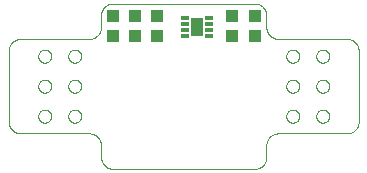
<source format=gtp>
G75*
%MOIN*%
%OFA0B0*%
%FSLAX25Y25*%
%IPPOS*%
%LPD*%
%AMOC8*
5,1,8,0,0,1.08239X$1,22.5*
%
%ADD10C,0.00000*%
%ADD11R,0.04331X0.03937*%
%ADD12R,0.03937X0.04331*%
%ADD13R,0.02756X0.01181*%
%ADD14R,0.03937X0.06299*%
D10*
X0045791Y0032012D02*
X0045915Y0032010D01*
X0046038Y0032004D01*
X0046162Y0031995D01*
X0046284Y0031981D01*
X0046407Y0031964D01*
X0046529Y0031942D01*
X0046650Y0031917D01*
X0046770Y0031888D01*
X0046889Y0031856D01*
X0047008Y0031819D01*
X0047125Y0031779D01*
X0047240Y0031736D01*
X0047355Y0031688D01*
X0047467Y0031637D01*
X0047578Y0031583D01*
X0047688Y0031525D01*
X0047795Y0031464D01*
X0047901Y0031399D01*
X0048004Y0031331D01*
X0048105Y0031260D01*
X0048204Y0031186D01*
X0048301Y0031109D01*
X0048395Y0031028D01*
X0048486Y0030945D01*
X0048575Y0030859D01*
X0048661Y0030770D01*
X0048744Y0030679D01*
X0048825Y0030585D01*
X0048902Y0030488D01*
X0048976Y0030389D01*
X0049047Y0030288D01*
X0049115Y0030185D01*
X0049180Y0030079D01*
X0049241Y0029972D01*
X0049299Y0029862D01*
X0049353Y0029751D01*
X0049404Y0029639D01*
X0049452Y0029524D01*
X0049495Y0029409D01*
X0049535Y0029292D01*
X0049572Y0029173D01*
X0049604Y0029054D01*
X0049633Y0028934D01*
X0049658Y0028813D01*
X0049680Y0028691D01*
X0049697Y0028568D01*
X0049711Y0028446D01*
X0049720Y0028322D01*
X0049726Y0028199D01*
X0049728Y0028075D01*
X0049728Y0024138D01*
X0049730Y0024014D01*
X0049736Y0023891D01*
X0049745Y0023767D01*
X0049759Y0023645D01*
X0049776Y0023522D01*
X0049798Y0023400D01*
X0049823Y0023279D01*
X0049852Y0023159D01*
X0049884Y0023040D01*
X0049921Y0022921D01*
X0049961Y0022804D01*
X0050004Y0022689D01*
X0050052Y0022574D01*
X0050103Y0022462D01*
X0050157Y0022351D01*
X0050215Y0022241D01*
X0050276Y0022134D01*
X0050341Y0022028D01*
X0050409Y0021925D01*
X0050480Y0021824D01*
X0050554Y0021725D01*
X0050631Y0021628D01*
X0050712Y0021534D01*
X0050795Y0021443D01*
X0050881Y0021354D01*
X0050970Y0021268D01*
X0051061Y0021185D01*
X0051155Y0021104D01*
X0051252Y0021027D01*
X0051351Y0020953D01*
X0051452Y0020882D01*
X0051555Y0020814D01*
X0051661Y0020749D01*
X0051768Y0020688D01*
X0051878Y0020630D01*
X0051989Y0020576D01*
X0052101Y0020525D01*
X0052216Y0020477D01*
X0052331Y0020434D01*
X0052448Y0020394D01*
X0052567Y0020357D01*
X0052686Y0020325D01*
X0052806Y0020296D01*
X0052927Y0020271D01*
X0053049Y0020249D01*
X0053172Y0020232D01*
X0053294Y0020218D01*
X0053418Y0020209D01*
X0053541Y0020203D01*
X0053665Y0020201D01*
X0100909Y0020201D01*
X0101033Y0020203D01*
X0101156Y0020209D01*
X0101280Y0020218D01*
X0101402Y0020232D01*
X0101525Y0020249D01*
X0101647Y0020271D01*
X0101768Y0020296D01*
X0101888Y0020325D01*
X0102007Y0020357D01*
X0102126Y0020394D01*
X0102243Y0020434D01*
X0102358Y0020477D01*
X0102473Y0020525D01*
X0102585Y0020576D01*
X0102696Y0020630D01*
X0102806Y0020688D01*
X0102913Y0020749D01*
X0103019Y0020814D01*
X0103122Y0020882D01*
X0103223Y0020953D01*
X0103322Y0021027D01*
X0103419Y0021104D01*
X0103513Y0021185D01*
X0103604Y0021268D01*
X0103693Y0021354D01*
X0103779Y0021443D01*
X0103862Y0021534D01*
X0103943Y0021628D01*
X0104020Y0021725D01*
X0104094Y0021824D01*
X0104165Y0021925D01*
X0104233Y0022028D01*
X0104298Y0022134D01*
X0104359Y0022241D01*
X0104417Y0022351D01*
X0104471Y0022462D01*
X0104522Y0022574D01*
X0104570Y0022689D01*
X0104613Y0022804D01*
X0104653Y0022921D01*
X0104690Y0023040D01*
X0104722Y0023159D01*
X0104751Y0023279D01*
X0104776Y0023400D01*
X0104798Y0023522D01*
X0104815Y0023645D01*
X0104829Y0023767D01*
X0104838Y0023891D01*
X0104844Y0024014D01*
X0104846Y0024138D01*
X0104846Y0028075D01*
X0104848Y0028199D01*
X0104854Y0028322D01*
X0104863Y0028446D01*
X0104877Y0028568D01*
X0104894Y0028691D01*
X0104916Y0028813D01*
X0104941Y0028934D01*
X0104970Y0029054D01*
X0105002Y0029173D01*
X0105039Y0029292D01*
X0105079Y0029409D01*
X0105122Y0029524D01*
X0105170Y0029639D01*
X0105221Y0029751D01*
X0105275Y0029862D01*
X0105333Y0029972D01*
X0105394Y0030079D01*
X0105459Y0030185D01*
X0105527Y0030288D01*
X0105598Y0030389D01*
X0105672Y0030488D01*
X0105749Y0030585D01*
X0105830Y0030679D01*
X0105913Y0030770D01*
X0105999Y0030859D01*
X0106088Y0030945D01*
X0106179Y0031028D01*
X0106273Y0031109D01*
X0106370Y0031186D01*
X0106469Y0031260D01*
X0106570Y0031331D01*
X0106673Y0031399D01*
X0106779Y0031464D01*
X0106886Y0031525D01*
X0106996Y0031583D01*
X0107107Y0031637D01*
X0107219Y0031688D01*
X0107334Y0031736D01*
X0107449Y0031779D01*
X0107566Y0031819D01*
X0107685Y0031856D01*
X0107804Y0031888D01*
X0107924Y0031917D01*
X0108045Y0031942D01*
X0108167Y0031964D01*
X0108290Y0031981D01*
X0108412Y0031995D01*
X0108536Y0032004D01*
X0108659Y0032010D01*
X0108783Y0032012D01*
X0131674Y0032012D01*
X0131798Y0032014D01*
X0131921Y0032020D01*
X0132045Y0032029D01*
X0132167Y0032043D01*
X0132290Y0032060D01*
X0132412Y0032082D01*
X0132533Y0032107D01*
X0132653Y0032136D01*
X0132772Y0032168D01*
X0132891Y0032205D01*
X0133008Y0032245D01*
X0133123Y0032288D01*
X0133238Y0032336D01*
X0133350Y0032387D01*
X0133461Y0032441D01*
X0133571Y0032499D01*
X0133678Y0032560D01*
X0133784Y0032625D01*
X0133887Y0032693D01*
X0133988Y0032764D01*
X0134087Y0032838D01*
X0134184Y0032915D01*
X0134278Y0032996D01*
X0134369Y0033079D01*
X0134458Y0033165D01*
X0134544Y0033254D01*
X0134627Y0033345D01*
X0134708Y0033439D01*
X0134785Y0033536D01*
X0134859Y0033635D01*
X0134930Y0033736D01*
X0134998Y0033839D01*
X0135063Y0033945D01*
X0135124Y0034052D01*
X0135182Y0034162D01*
X0135236Y0034273D01*
X0135287Y0034385D01*
X0135335Y0034500D01*
X0135378Y0034615D01*
X0135418Y0034732D01*
X0135455Y0034851D01*
X0135487Y0034970D01*
X0135516Y0035090D01*
X0135541Y0035211D01*
X0135563Y0035333D01*
X0135580Y0035456D01*
X0135594Y0035578D01*
X0135603Y0035702D01*
X0135609Y0035825D01*
X0135611Y0035949D01*
X0135611Y0059571D01*
X0135609Y0059695D01*
X0135603Y0059818D01*
X0135594Y0059942D01*
X0135580Y0060064D01*
X0135563Y0060187D01*
X0135541Y0060309D01*
X0135516Y0060430D01*
X0135487Y0060550D01*
X0135455Y0060669D01*
X0135418Y0060788D01*
X0135378Y0060905D01*
X0135335Y0061020D01*
X0135287Y0061135D01*
X0135236Y0061247D01*
X0135182Y0061358D01*
X0135124Y0061468D01*
X0135063Y0061575D01*
X0134998Y0061681D01*
X0134930Y0061784D01*
X0134859Y0061885D01*
X0134785Y0061984D01*
X0134708Y0062081D01*
X0134627Y0062175D01*
X0134544Y0062266D01*
X0134458Y0062355D01*
X0134369Y0062441D01*
X0134278Y0062524D01*
X0134184Y0062605D01*
X0134087Y0062682D01*
X0133988Y0062756D01*
X0133887Y0062827D01*
X0133784Y0062895D01*
X0133678Y0062960D01*
X0133571Y0063021D01*
X0133461Y0063079D01*
X0133350Y0063133D01*
X0133238Y0063184D01*
X0133123Y0063232D01*
X0133008Y0063275D01*
X0132891Y0063315D01*
X0132772Y0063352D01*
X0132653Y0063384D01*
X0132533Y0063413D01*
X0132412Y0063438D01*
X0132290Y0063460D01*
X0132167Y0063477D01*
X0132045Y0063491D01*
X0131921Y0063500D01*
X0131798Y0063506D01*
X0131674Y0063508D01*
X0108783Y0063508D01*
X0108659Y0063510D01*
X0108536Y0063516D01*
X0108412Y0063525D01*
X0108290Y0063539D01*
X0108167Y0063556D01*
X0108045Y0063578D01*
X0107924Y0063603D01*
X0107804Y0063632D01*
X0107685Y0063664D01*
X0107566Y0063701D01*
X0107449Y0063741D01*
X0107334Y0063784D01*
X0107219Y0063832D01*
X0107107Y0063883D01*
X0106996Y0063937D01*
X0106886Y0063995D01*
X0106779Y0064056D01*
X0106673Y0064121D01*
X0106570Y0064189D01*
X0106469Y0064260D01*
X0106370Y0064334D01*
X0106273Y0064411D01*
X0106179Y0064492D01*
X0106088Y0064575D01*
X0105999Y0064661D01*
X0105913Y0064750D01*
X0105830Y0064841D01*
X0105749Y0064935D01*
X0105672Y0065032D01*
X0105598Y0065131D01*
X0105527Y0065232D01*
X0105459Y0065335D01*
X0105394Y0065441D01*
X0105333Y0065548D01*
X0105275Y0065658D01*
X0105221Y0065769D01*
X0105170Y0065881D01*
X0105122Y0065996D01*
X0105079Y0066111D01*
X0105039Y0066228D01*
X0105002Y0066347D01*
X0104970Y0066466D01*
X0104941Y0066586D01*
X0104916Y0066707D01*
X0104894Y0066829D01*
X0104877Y0066952D01*
X0104863Y0067074D01*
X0104854Y0067198D01*
X0104848Y0067321D01*
X0104846Y0067445D01*
X0104846Y0071382D01*
X0104844Y0071506D01*
X0104838Y0071629D01*
X0104829Y0071753D01*
X0104815Y0071875D01*
X0104798Y0071998D01*
X0104776Y0072120D01*
X0104751Y0072241D01*
X0104722Y0072361D01*
X0104690Y0072480D01*
X0104653Y0072599D01*
X0104613Y0072716D01*
X0104570Y0072831D01*
X0104522Y0072946D01*
X0104471Y0073058D01*
X0104417Y0073169D01*
X0104359Y0073279D01*
X0104298Y0073386D01*
X0104233Y0073492D01*
X0104165Y0073595D01*
X0104094Y0073696D01*
X0104020Y0073795D01*
X0103943Y0073892D01*
X0103862Y0073986D01*
X0103779Y0074077D01*
X0103693Y0074166D01*
X0103604Y0074252D01*
X0103513Y0074335D01*
X0103419Y0074416D01*
X0103322Y0074493D01*
X0103223Y0074567D01*
X0103122Y0074638D01*
X0103019Y0074706D01*
X0102913Y0074771D01*
X0102806Y0074832D01*
X0102696Y0074890D01*
X0102585Y0074944D01*
X0102473Y0074995D01*
X0102358Y0075043D01*
X0102243Y0075086D01*
X0102126Y0075126D01*
X0102007Y0075163D01*
X0101888Y0075195D01*
X0101768Y0075224D01*
X0101647Y0075249D01*
X0101525Y0075271D01*
X0101402Y0075288D01*
X0101280Y0075302D01*
X0101156Y0075311D01*
X0101033Y0075317D01*
X0100909Y0075319D01*
X0053665Y0075319D01*
X0053541Y0075317D01*
X0053418Y0075311D01*
X0053294Y0075302D01*
X0053172Y0075288D01*
X0053049Y0075271D01*
X0052927Y0075249D01*
X0052806Y0075224D01*
X0052686Y0075195D01*
X0052567Y0075163D01*
X0052448Y0075126D01*
X0052331Y0075086D01*
X0052216Y0075043D01*
X0052101Y0074995D01*
X0051989Y0074944D01*
X0051878Y0074890D01*
X0051768Y0074832D01*
X0051661Y0074771D01*
X0051555Y0074706D01*
X0051452Y0074638D01*
X0051351Y0074567D01*
X0051252Y0074493D01*
X0051155Y0074416D01*
X0051061Y0074335D01*
X0050970Y0074252D01*
X0050881Y0074166D01*
X0050795Y0074077D01*
X0050712Y0073986D01*
X0050631Y0073892D01*
X0050554Y0073795D01*
X0050480Y0073696D01*
X0050409Y0073595D01*
X0050341Y0073492D01*
X0050276Y0073386D01*
X0050215Y0073279D01*
X0050157Y0073169D01*
X0050103Y0073058D01*
X0050052Y0072946D01*
X0050004Y0072831D01*
X0049961Y0072716D01*
X0049921Y0072599D01*
X0049884Y0072480D01*
X0049852Y0072361D01*
X0049823Y0072241D01*
X0049798Y0072120D01*
X0049776Y0071998D01*
X0049759Y0071875D01*
X0049745Y0071753D01*
X0049736Y0071629D01*
X0049730Y0071506D01*
X0049728Y0071382D01*
X0049728Y0067445D01*
X0049726Y0067321D01*
X0049720Y0067198D01*
X0049711Y0067074D01*
X0049697Y0066952D01*
X0049680Y0066829D01*
X0049658Y0066707D01*
X0049633Y0066586D01*
X0049604Y0066466D01*
X0049572Y0066347D01*
X0049535Y0066228D01*
X0049495Y0066111D01*
X0049452Y0065996D01*
X0049404Y0065881D01*
X0049353Y0065769D01*
X0049299Y0065658D01*
X0049241Y0065548D01*
X0049180Y0065441D01*
X0049115Y0065335D01*
X0049047Y0065232D01*
X0048976Y0065131D01*
X0048902Y0065032D01*
X0048825Y0064935D01*
X0048744Y0064841D01*
X0048661Y0064750D01*
X0048575Y0064661D01*
X0048486Y0064575D01*
X0048395Y0064492D01*
X0048301Y0064411D01*
X0048204Y0064334D01*
X0048105Y0064260D01*
X0048004Y0064189D01*
X0047901Y0064121D01*
X0047795Y0064056D01*
X0047688Y0063995D01*
X0047578Y0063937D01*
X0047467Y0063883D01*
X0047355Y0063832D01*
X0047240Y0063784D01*
X0047125Y0063741D01*
X0047008Y0063701D01*
X0046889Y0063664D01*
X0046770Y0063632D01*
X0046650Y0063603D01*
X0046529Y0063578D01*
X0046407Y0063556D01*
X0046284Y0063539D01*
X0046162Y0063525D01*
X0046038Y0063516D01*
X0045915Y0063510D01*
X0045791Y0063508D01*
X0022901Y0063508D01*
X0022777Y0063506D01*
X0022654Y0063500D01*
X0022530Y0063491D01*
X0022408Y0063477D01*
X0022285Y0063460D01*
X0022163Y0063438D01*
X0022042Y0063413D01*
X0021922Y0063384D01*
X0021803Y0063352D01*
X0021684Y0063315D01*
X0021567Y0063275D01*
X0021452Y0063232D01*
X0021337Y0063184D01*
X0021225Y0063133D01*
X0021114Y0063079D01*
X0021004Y0063021D01*
X0020897Y0062960D01*
X0020791Y0062895D01*
X0020688Y0062827D01*
X0020587Y0062756D01*
X0020488Y0062682D01*
X0020391Y0062605D01*
X0020297Y0062524D01*
X0020206Y0062441D01*
X0020117Y0062355D01*
X0020031Y0062266D01*
X0019948Y0062175D01*
X0019867Y0062081D01*
X0019790Y0061984D01*
X0019716Y0061885D01*
X0019645Y0061784D01*
X0019577Y0061681D01*
X0019512Y0061575D01*
X0019451Y0061468D01*
X0019393Y0061358D01*
X0019339Y0061247D01*
X0019288Y0061135D01*
X0019240Y0061020D01*
X0019197Y0060905D01*
X0019157Y0060788D01*
X0019120Y0060669D01*
X0019088Y0060550D01*
X0019059Y0060430D01*
X0019034Y0060309D01*
X0019012Y0060187D01*
X0018995Y0060064D01*
X0018981Y0059942D01*
X0018972Y0059818D01*
X0018966Y0059695D01*
X0018964Y0059571D01*
X0018964Y0035949D01*
X0018966Y0035825D01*
X0018972Y0035702D01*
X0018981Y0035578D01*
X0018995Y0035456D01*
X0019012Y0035333D01*
X0019034Y0035211D01*
X0019059Y0035090D01*
X0019088Y0034970D01*
X0019120Y0034851D01*
X0019157Y0034732D01*
X0019197Y0034615D01*
X0019240Y0034500D01*
X0019288Y0034385D01*
X0019339Y0034273D01*
X0019393Y0034162D01*
X0019451Y0034052D01*
X0019512Y0033945D01*
X0019577Y0033839D01*
X0019645Y0033736D01*
X0019716Y0033635D01*
X0019790Y0033536D01*
X0019867Y0033439D01*
X0019948Y0033345D01*
X0020031Y0033254D01*
X0020117Y0033165D01*
X0020206Y0033079D01*
X0020297Y0032996D01*
X0020391Y0032915D01*
X0020488Y0032838D01*
X0020587Y0032764D01*
X0020688Y0032693D01*
X0020791Y0032625D01*
X0020897Y0032560D01*
X0021004Y0032499D01*
X0021114Y0032441D01*
X0021225Y0032387D01*
X0021337Y0032336D01*
X0021452Y0032288D01*
X0021567Y0032245D01*
X0021684Y0032205D01*
X0021803Y0032168D01*
X0021922Y0032136D01*
X0022042Y0032107D01*
X0022163Y0032082D01*
X0022285Y0032060D01*
X0022408Y0032043D01*
X0022530Y0032029D01*
X0022654Y0032020D01*
X0022777Y0032014D01*
X0022901Y0032012D01*
X0045791Y0032012D01*
X0038784Y0037760D02*
X0038786Y0037853D01*
X0038792Y0037945D01*
X0038802Y0038037D01*
X0038816Y0038128D01*
X0038833Y0038219D01*
X0038855Y0038309D01*
X0038880Y0038398D01*
X0038909Y0038486D01*
X0038942Y0038572D01*
X0038979Y0038657D01*
X0039019Y0038741D01*
X0039063Y0038822D01*
X0039110Y0038902D01*
X0039160Y0038980D01*
X0039214Y0039055D01*
X0039271Y0039128D01*
X0039331Y0039198D01*
X0039394Y0039266D01*
X0039460Y0039331D01*
X0039528Y0039393D01*
X0039599Y0039453D01*
X0039673Y0039509D01*
X0039749Y0039562D01*
X0039827Y0039611D01*
X0039907Y0039658D01*
X0039989Y0039700D01*
X0040073Y0039740D01*
X0040158Y0039775D01*
X0040245Y0039807D01*
X0040333Y0039836D01*
X0040422Y0039860D01*
X0040512Y0039881D01*
X0040603Y0039897D01*
X0040695Y0039910D01*
X0040787Y0039919D01*
X0040880Y0039924D01*
X0040972Y0039925D01*
X0041065Y0039922D01*
X0041157Y0039915D01*
X0041249Y0039904D01*
X0041340Y0039889D01*
X0041431Y0039871D01*
X0041521Y0039848D01*
X0041609Y0039822D01*
X0041697Y0039792D01*
X0041783Y0039758D01*
X0041867Y0039721D01*
X0041950Y0039679D01*
X0042031Y0039635D01*
X0042111Y0039587D01*
X0042188Y0039536D01*
X0042262Y0039481D01*
X0042335Y0039423D01*
X0042405Y0039363D01*
X0042472Y0039299D01*
X0042536Y0039233D01*
X0042598Y0039163D01*
X0042656Y0039092D01*
X0042711Y0039018D01*
X0042763Y0038941D01*
X0042812Y0038862D01*
X0042858Y0038782D01*
X0042900Y0038699D01*
X0042938Y0038615D01*
X0042973Y0038529D01*
X0043004Y0038442D01*
X0043031Y0038354D01*
X0043054Y0038264D01*
X0043074Y0038174D01*
X0043090Y0038083D01*
X0043102Y0037991D01*
X0043110Y0037899D01*
X0043114Y0037806D01*
X0043114Y0037714D01*
X0043110Y0037621D01*
X0043102Y0037529D01*
X0043090Y0037437D01*
X0043074Y0037346D01*
X0043054Y0037256D01*
X0043031Y0037166D01*
X0043004Y0037078D01*
X0042973Y0036991D01*
X0042938Y0036905D01*
X0042900Y0036821D01*
X0042858Y0036738D01*
X0042812Y0036658D01*
X0042763Y0036579D01*
X0042711Y0036502D01*
X0042656Y0036428D01*
X0042598Y0036357D01*
X0042536Y0036287D01*
X0042472Y0036221D01*
X0042405Y0036157D01*
X0042335Y0036097D01*
X0042262Y0036039D01*
X0042188Y0035984D01*
X0042111Y0035933D01*
X0042032Y0035885D01*
X0041950Y0035841D01*
X0041867Y0035799D01*
X0041783Y0035762D01*
X0041697Y0035728D01*
X0041609Y0035698D01*
X0041521Y0035672D01*
X0041431Y0035649D01*
X0041340Y0035631D01*
X0041249Y0035616D01*
X0041157Y0035605D01*
X0041065Y0035598D01*
X0040972Y0035595D01*
X0040880Y0035596D01*
X0040787Y0035601D01*
X0040695Y0035610D01*
X0040603Y0035623D01*
X0040512Y0035639D01*
X0040422Y0035660D01*
X0040333Y0035684D01*
X0040245Y0035713D01*
X0040158Y0035745D01*
X0040073Y0035780D01*
X0039989Y0035820D01*
X0039907Y0035862D01*
X0039827Y0035909D01*
X0039749Y0035958D01*
X0039673Y0036011D01*
X0039599Y0036067D01*
X0039528Y0036127D01*
X0039460Y0036189D01*
X0039394Y0036254D01*
X0039331Y0036322D01*
X0039271Y0036392D01*
X0039214Y0036465D01*
X0039160Y0036540D01*
X0039110Y0036618D01*
X0039063Y0036698D01*
X0039019Y0036779D01*
X0038979Y0036863D01*
X0038942Y0036948D01*
X0038909Y0037034D01*
X0038880Y0037122D01*
X0038855Y0037211D01*
X0038833Y0037301D01*
X0038816Y0037392D01*
X0038802Y0037483D01*
X0038792Y0037575D01*
X0038786Y0037667D01*
X0038784Y0037760D01*
X0028784Y0037760D02*
X0028786Y0037853D01*
X0028792Y0037945D01*
X0028802Y0038037D01*
X0028816Y0038128D01*
X0028833Y0038219D01*
X0028855Y0038309D01*
X0028880Y0038398D01*
X0028909Y0038486D01*
X0028942Y0038572D01*
X0028979Y0038657D01*
X0029019Y0038741D01*
X0029063Y0038822D01*
X0029110Y0038902D01*
X0029160Y0038980D01*
X0029214Y0039055D01*
X0029271Y0039128D01*
X0029331Y0039198D01*
X0029394Y0039266D01*
X0029460Y0039331D01*
X0029528Y0039393D01*
X0029599Y0039453D01*
X0029673Y0039509D01*
X0029749Y0039562D01*
X0029827Y0039611D01*
X0029907Y0039658D01*
X0029989Y0039700D01*
X0030073Y0039740D01*
X0030158Y0039775D01*
X0030245Y0039807D01*
X0030333Y0039836D01*
X0030422Y0039860D01*
X0030512Y0039881D01*
X0030603Y0039897D01*
X0030695Y0039910D01*
X0030787Y0039919D01*
X0030880Y0039924D01*
X0030972Y0039925D01*
X0031065Y0039922D01*
X0031157Y0039915D01*
X0031249Y0039904D01*
X0031340Y0039889D01*
X0031431Y0039871D01*
X0031521Y0039848D01*
X0031609Y0039822D01*
X0031697Y0039792D01*
X0031783Y0039758D01*
X0031867Y0039721D01*
X0031950Y0039679D01*
X0032031Y0039635D01*
X0032111Y0039587D01*
X0032188Y0039536D01*
X0032262Y0039481D01*
X0032335Y0039423D01*
X0032405Y0039363D01*
X0032472Y0039299D01*
X0032536Y0039233D01*
X0032598Y0039163D01*
X0032656Y0039092D01*
X0032711Y0039018D01*
X0032763Y0038941D01*
X0032812Y0038862D01*
X0032858Y0038782D01*
X0032900Y0038699D01*
X0032938Y0038615D01*
X0032973Y0038529D01*
X0033004Y0038442D01*
X0033031Y0038354D01*
X0033054Y0038264D01*
X0033074Y0038174D01*
X0033090Y0038083D01*
X0033102Y0037991D01*
X0033110Y0037899D01*
X0033114Y0037806D01*
X0033114Y0037714D01*
X0033110Y0037621D01*
X0033102Y0037529D01*
X0033090Y0037437D01*
X0033074Y0037346D01*
X0033054Y0037256D01*
X0033031Y0037166D01*
X0033004Y0037078D01*
X0032973Y0036991D01*
X0032938Y0036905D01*
X0032900Y0036821D01*
X0032858Y0036738D01*
X0032812Y0036658D01*
X0032763Y0036579D01*
X0032711Y0036502D01*
X0032656Y0036428D01*
X0032598Y0036357D01*
X0032536Y0036287D01*
X0032472Y0036221D01*
X0032405Y0036157D01*
X0032335Y0036097D01*
X0032262Y0036039D01*
X0032188Y0035984D01*
X0032111Y0035933D01*
X0032032Y0035885D01*
X0031950Y0035841D01*
X0031867Y0035799D01*
X0031783Y0035762D01*
X0031697Y0035728D01*
X0031609Y0035698D01*
X0031521Y0035672D01*
X0031431Y0035649D01*
X0031340Y0035631D01*
X0031249Y0035616D01*
X0031157Y0035605D01*
X0031065Y0035598D01*
X0030972Y0035595D01*
X0030880Y0035596D01*
X0030787Y0035601D01*
X0030695Y0035610D01*
X0030603Y0035623D01*
X0030512Y0035639D01*
X0030422Y0035660D01*
X0030333Y0035684D01*
X0030245Y0035713D01*
X0030158Y0035745D01*
X0030073Y0035780D01*
X0029989Y0035820D01*
X0029907Y0035862D01*
X0029827Y0035909D01*
X0029749Y0035958D01*
X0029673Y0036011D01*
X0029599Y0036067D01*
X0029528Y0036127D01*
X0029460Y0036189D01*
X0029394Y0036254D01*
X0029331Y0036322D01*
X0029271Y0036392D01*
X0029214Y0036465D01*
X0029160Y0036540D01*
X0029110Y0036618D01*
X0029063Y0036698D01*
X0029019Y0036779D01*
X0028979Y0036863D01*
X0028942Y0036948D01*
X0028909Y0037034D01*
X0028880Y0037122D01*
X0028855Y0037211D01*
X0028833Y0037301D01*
X0028816Y0037392D01*
X0028802Y0037483D01*
X0028792Y0037575D01*
X0028786Y0037667D01*
X0028784Y0037760D01*
X0028784Y0047760D02*
X0028786Y0047853D01*
X0028792Y0047945D01*
X0028802Y0048037D01*
X0028816Y0048128D01*
X0028833Y0048219D01*
X0028855Y0048309D01*
X0028880Y0048398D01*
X0028909Y0048486D01*
X0028942Y0048572D01*
X0028979Y0048657D01*
X0029019Y0048741D01*
X0029063Y0048822D01*
X0029110Y0048902D01*
X0029160Y0048980D01*
X0029214Y0049055D01*
X0029271Y0049128D01*
X0029331Y0049198D01*
X0029394Y0049266D01*
X0029460Y0049331D01*
X0029528Y0049393D01*
X0029599Y0049453D01*
X0029673Y0049509D01*
X0029749Y0049562D01*
X0029827Y0049611D01*
X0029907Y0049658D01*
X0029989Y0049700D01*
X0030073Y0049740D01*
X0030158Y0049775D01*
X0030245Y0049807D01*
X0030333Y0049836D01*
X0030422Y0049860D01*
X0030512Y0049881D01*
X0030603Y0049897D01*
X0030695Y0049910D01*
X0030787Y0049919D01*
X0030880Y0049924D01*
X0030972Y0049925D01*
X0031065Y0049922D01*
X0031157Y0049915D01*
X0031249Y0049904D01*
X0031340Y0049889D01*
X0031431Y0049871D01*
X0031521Y0049848D01*
X0031609Y0049822D01*
X0031697Y0049792D01*
X0031783Y0049758D01*
X0031867Y0049721D01*
X0031950Y0049679D01*
X0032031Y0049635D01*
X0032111Y0049587D01*
X0032188Y0049536D01*
X0032262Y0049481D01*
X0032335Y0049423D01*
X0032405Y0049363D01*
X0032472Y0049299D01*
X0032536Y0049233D01*
X0032598Y0049163D01*
X0032656Y0049092D01*
X0032711Y0049018D01*
X0032763Y0048941D01*
X0032812Y0048862D01*
X0032858Y0048782D01*
X0032900Y0048699D01*
X0032938Y0048615D01*
X0032973Y0048529D01*
X0033004Y0048442D01*
X0033031Y0048354D01*
X0033054Y0048264D01*
X0033074Y0048174D01*
X0033090Y0048083D01*
X0033102Y0047991D01*
X0033110Y0047899D01*
X0033114Y0047806D01*
X0033114Y0047714D01*
X0033110Y0047621D01*
X0033102Y0047529D01*
X0033090Y0047437D01*
X0033074Y0047346D01*
X0033054Y0047256D01*
X0033031Y0047166D01*
X0033004Y0047078D01*
X0032973Y0046991D01*
X0032938Y0046905D01*
X0032900Y0046821D01*
X0032858Y0046738D01*
X0032812Y0046658D01*
X0032763Y0046579D01*
X0032711Y0046502D01*
X0032656Y0046428D01*
X0032598Y0046357D01*
X0032536Y0046287D01*
X0032472Y0046221D01*
X0032405Y0046157D01*
X0032335Y0046097D01*
X0032262Y0046039D01*
X0032188Y0045984D01*
X0032111Y0045933D01*
X0032032Y0045885D01*
X0031950Y0045841D01*
X0031867Y0045799D01*
X0031783Y0045762D01*
X0031697Y0045728D01*
X0031609Y0045698D01*
X0031521Y0045672D01*
X0031431Y0045649D01*
X0031340Y0045631D01*
X0031249Y0045616D01*
X0031157Y0045605D01*
X0031065Y0045598D01*
X0030972Y0045595D01*
X0030880Y0045596D01*
X0030787Y0045601D01*
X0030695Y0045610D01*
X0030603Y0045623D01*
X0030512Y0045639D01*
X0030422Y0045660D01*
X0030333Y0045684D01*
X0030245Y0045713D01*
X0030158Y0045745D01*
X0030073Y0045780D01*
X0029989Y0045820D01*
X0029907Y0045862D01*
X0029827Y0045909D01*
X0029749Y0045958D01*
X0029673Y0046011D01*
X0029599Y0046067D01*
X0029528Y0046127D01*
X0029460Y0046189D01*
X0029394Y0046254D01*
X0029331Y0046322D01*
X0029271Y0046392D01*
X0029214Y0046465D01*
X0029160Y0046540D01*
X0029110Y0046618D01*
X0029063Y0046698D01*
X0029019Y0046779D01*
X0028979Y0046863D01*
X0028942Y0046948D01*
X0028909Y0047034D01*
X0028880Y0047122D01*
X0028855Y0047211D01*
X0028833Y0047301D01*
X0028816Y0047392D01*
X0028802Y0047483D01*
X0028792Y0047575D01*
X0028786Y0047667D01*
X0028784Y0047760D01*
X0038784Y0047760D02*
X0038786Y0047853D01*
X0038792Y0047945D01*
X0038802Y0048037D01*
X0038816Y0048128D01*
X0038833Y0048219D01*
X0038855Y0048309D01*
X0038880Y0048398D01*
X0038909Y0048486D01*
X0038942Y0048572D01*
X0038979Y0048657D01*
X0039019Y0048741D01*
X0039063Y0048822D01*
X0039110Y0048902D01*
X0039160Y0048980D01*
X0039214Y0049055D01*
X0039271Y0049128D01*
X0039331Y0049198D01*
X0039394Y0049266D01*
X0039460Y0049331D01*
X0039528Y0049393D01*
X0039599Y0049453D01*
X0039673Y0049509D01*
X0039749Y0049562D01*
X0039827Y0049611D01*
X0039907Y0049658D01*
X0039989Y0049700D01*
X0040073Y0049740D01*
X0040158Y0049775D01*
X0040245Y0049807D01*
X0040333Y0049836D01*
X0040422Y0049860D01*
X0040512Y0049881D01*
X0040603Y0049897D01*
X0040695Y0049910D01*
X0040787Y0049919D01*
X0040880Y0049924D01*
X0040972Y0049925D01*
X0041065Y0049922D01*
X0041157Y0049915D01*
X0041249Y0049904D01*
X0041340Y0049889D01*
X0041431Y0049871D01*
X0041521Y0049848D01*
X0041609Y0049822D01*
X0041697Y0049792D01*
X0041783Y0049758D01*
X0041867Y0049721D01*
X0041950Y0049679D01*
X0042031Y0049635D01*
X0042111Y0049587D01*
X0042188Y0049536D01*
X0042262Y0049481D01*
X0042335Y0049423D01*
X0042405Y0049363D01*
X0042472Y0049299D01*
X0042536Y0049233D01*
X0042598Y0049163D01*
X0042656Y0049092D01*
X0042711Y0049018D01*
X0042763Y0048941D01*
X0042812Y0048862D01*
X0042858Y0048782D01*
X0042900Y0048699D01*
X0042938Y0048615D01*
X0042973Y0048529D01*
X0043004Y0048442D01*
X0043031Y0048354D01*
X0043054Y0048264D01*
X0043074Y0048174D01*
X0043090Y0048083D01*
X0043102Y0047991D01*
X0043110Y0047899D01*
X0043114Y0047806D01*
X0043114Y0047714D01*
X0043110Y0047621D01*
X0043102Y0047529D01*
X0043090Y0047437D01*
X0043074Y0047346D01*
X0043054Y0047256D01*
X0043031Y0047166D01*
X0043004Y0047078D01*
X0042973Y0046991D01*
X0042938Y0046905D01*
X0042900Y0046821D01*
X0042858Y0046738D01*
X0042812Y0046658D01*
X0042763Y0046579D01*
X0042711Y0046502D01*
X0042656Y0046428D01*
X0042598Y0046357D01*
X0042536Y0046287D01*
X0042472Y0046221D01*
X0042405Y0046157D01*
X0042335Y0046097D01*
X0042262Y0046039D01*
X0042188Y0045984D01*
X0042111Y0045933D01*
X0042032Y0045885D01*
X0041950Y0045841D01*
X0041867Y0045799D01*
X0041783Y0045762D01*
X0041697Y0045728D01*
X0041609Y0045698D01*
X0041521Y0045672D01*
X0041431Y0045649D01*
X0041340Y0045631D01*
X0041249Y0045616D01*
X0041157Y0045605D01*
X0041065Y0045598D01*
X0040972Y0045595D01*
X0040880Y0045596D01*
X0040787Y0045601D01*
X0040695Y0045610D01*
X0040603Y0045623D01*
X0040512Y0045639D01*
X0040422Y0045660D01*
X0040333Y0045684D01*
X0040245Y0045713D01*
X0040158Y0045745D01*
X0040073Y0045780D01*
X0039989Y0045820D01*
X0039907Y0045862D01*
X0039827Y0045909D01*
X0039749Y0045958D01*
X0039673Y0046011D01*
X0039599Y0046067D01*
X0039528Y0046127D01*
X0039460Y0046189D01*
X0039394Y0046254D01*
X0039331Y0046322D01*
X0039271Y0046392D01*
X0039214Y0046465D01*
X0039160Y0046540D01*
X0039110Y0046618D01*
X0039063Y0046698D01*
X0039019Y0046779D01*
X0038979Y0046863D01*
X0038942Y0046948D01*
X0038909Y0047034D01*
X0038880Y0047122D01*
X0038855Y0047211D01*
X0038833Y0047301D01*
X0038816Y0047392D01*
X0038802Y0047483D01*
X0038792Y0047575D01*
X0038786Y0047667D01*
X0038784Y0047760D01*
X0038784Y0057760D02*
X0038786Y0057853D01*
X0038792Y0057945D01*
X0038802Y0058037D01*
X0038816Y0058128D01*
X0038833Y0058219D01*
X0038855Y0058309D01*
X0038880Y0058398D01*
X0038909Y0058486D01*
X0038942Y0058572D01*
X0038979Y0058657D01*
X0039019Y0058741D01*
X0039063Y0058822D01*
X0039110Y0058902D01*
X0039160Y0058980D01*
X0039214Y0059055D01*
X0039271Y0059128D01*
X0039331Y0059198D01*
X0039394Y0059266D01*
X0039460Y0059331D01*
X0039528Y0059393D01*
X0039599Y0059453D01*
X0039673Y0059509D01*
X0039749Y0059562D01*
X0039827Y0059611D01*
X0039907Y0059658D01*
X0039989Y0059700D01*
X0040073Y0059740D01*
X0040158Y0059775D01*
X0040245Y0059807D01*
X0040333Y0059836D01*
X0040422Y0059860D01*
X0040512Y0059881D01*
X0040603Y0059897D01*
X0040695Y0059910D01*
X0040787Y0059919D01*
X0040880Y0059924D01*
X0040972Y0059925D01*
X0041065Y0059922D01*
X0041157Y0059915D01*
X0041249Y0059904D01*
X0041340Y0059889D01*
X0041431Y0059871D01*
X0041521Y0059848D01*
X0041609Y0059822D01*
X0041697Y0059792D01*
X0041783Y0059758D01*
X0041867Y0059721D01*
X0041950Y0059679D01*
X0042031Y0059635D01*
X0042111Y0059587D01*
X0042188Y0059536D01*
X0042262Y0059481D01*
X0042335Y0059423D01*
X0042405Y0059363D01*
X0042472Y0059299D01*
X0042536Y0059233D01*
X0042598Y0059163D01*
X0042656Y0059092D01*
X0042711Y0059018D01*
X0042763Y0058941D01*
X0042812Y0058862D01*
X0042858Y0058782D01*
X0042900Y0058699D01*
X0042938Y0058615D01*
X0042973Y0058529D01*
X0043004Y0058442D01*
X0043031Y0058354D01*
X0043054Y0058264D01*
X0043074Y0058174D01*
X0043090Y0058083D01*
X0043102Y0057991D01*
X0043110Y0057899D01*
X0043114Y0057806D01*
X0043114Y0057714D01*
X0043110Y0057621D01*
X0043102Y0057529D01*
X0043090Y0057437D01*
X0043074Y0057346D01*
X0043054Y0057256D01*
X0043031Y0057166D01*
X0043004Y0057078D01*
X0042973Y0056991D01*
X0042938Y0056905D01*
X0042900Y0056821D01*
X0042858Y0056738D01*
X0042812Y0056658D01*
X0042763Y0056579D01*
X0042711Y0056502D01*
X0042656Y0056428D01*
X0042598Y0056357D01*
X0042536Y0056287D01*
X0042472Y0056221D01*
X0042405Y0056157D01*
X0042335Y0056097D01*
X0042262Y0056039D01*
X0042188Y0055984D01*
X0042111Y0055933D01*
X0042032Y0055885D01*
X0041950Y0055841D01*
X0041867Y0055799D01*
X0041783Y0055762D01*
X0041697Y0055728D01*
X0041609Y0055698D01*
X0041521Y0055672D01*
X0041431Y0055649D01*
X0041340Y0055631D01*
X0041249Y0055616D01*
X0041157Y0055605D01*
X0041065Y0055598D01*
X0040972Y0055595D01*
X0040880Y0055596D01*
X0040787Y0055601D01*
X0040695Y0055610D01*
X0040603Y0055623D01*
X0040512Y0055639D01*
X0040422Y0055660D01*
X0040333Y0055684D01*
X0040245Y0055713D01*
X0040158Y0055745D01*
X0040073Y0055780D01*
X0039989Y0055820D01*
X0039907Y0055862D01*
X0039827Y0055909D01*
X0039749Y0055958D01*
X0039673Y0056011D01*
X0039599Y0056067D01*
X0039528Y0056127D01*
X0039460Y0056189D01*
X0039394Y0056254D01*
X0039331Y0056322D01*
X0039271Y0056392D01*
X0039214Y0056465D01*
X0039160Y0056540D01*
X0039110Y0056618D01*
X0039063Y0056698D01*
X0039019Y0056779D01*
X0038979Y0056863D01*
X0038942Y0056948D01*
X0038909Y0057034D01*
X0038880Y0057122D01*
X0038855Y0057211D01*
X0038833Y0057301D01*
X0038816Y0057392D01*
X0038802Y0057483D01*
X0038792Y0057575D01*
X0038786Y0057667D01*
X0038784Y0057760D01*
X0028784Y0057760D02*
X0028786Y0057853D01*
X0028792Y0057945D01*
X0028802Y0058037D01*
X0028816Y0058128D01*
X0028833Y0058219D01*
X0028855Y0058309D01*
X0028880Y0058398D01*
X0028909Y0058486D01*
X0028942Y0058572D01*
X0028979Y0058657D01*
X0029019Y0058741D01*
X0029063Y0058822D01*
X0029110Y0058902D01*
X0029160Y0058980D01*
X0029214Y0059055D01*
X0029271Y0059128D01*
X0029331Y0059198D01*
X0029394Y0059266D01*
X0029460Y0059331D01*
X0029528Y0059393D01*
X0029599Y0059453D01*
X0029673Y0059509D01*
X0029749Y0059562D01*
X0029827Y0059611D01*
X0029907Y0059658D01*
X0029989Y0059700D01*
X0030073Y0059740D01*
X0030158Y0059775D01*
X0030245Y0059807D01*
X0030333Y0059836D01*
X0030422Y0059860D01*
X0030512Y0059881D01*
X0030603Y0059897D01*
X0030695Y0059910D01*
X0030787Y0059919D01*
X0030880Y0059924D01*
X0030972Y0059925D01*
X0031065Y0059922D01*
X0031157Y0059915D01*
X0031249Y0059904D01*
X0031340Y0059889D01*
X0031431Y0059871D01*
X0031521Y0059848D01*
X0031609Y0059822D01*
X0031697Y0059792D01*
X0031783Y0059758D01*
X0031867Y0059721D01*
X0031950Y0059679D01*
X0032031Y0059635D01*
X0032111Y0059587D01*
X0032188Y0059536D01*
X0032262Y0059481D01*
X0032335Y0059423D01*
X0032405Y0059363D01*
X0032472Y0059299D01*
X0032536Y0059233D01*
X0032598Y0059163D01*
X0032656Y0059092D01*
X0032711Y0059018D01*
X0032763Y0058941D01*
X0032812Y0058862D01*
X0032858Y0058782D01*
X0032900Y0058699D01*
X0032938Y0058615D01*
X0032973Y0058529D01*
X0033004Y0058442D01*
X0033031Y0058354D01*
X0033054Y0058264D01*
X0033074Y0058174D01*
X0033090Y0058083D01*
X0033102Y0057991D01*
X0033110Y0057899D01*
X0033114Y0057806D01*
X0033114Y0057714D01*
X0033110Y0057621D01*
X0033102Y0057529D01*
X0033090Y0057437D01*
X0033074Y0057346D01*
X0033054Y0057256D01*
X0033031Y0057166D01*
X0033004Y0057078D01*
X0032973Y0056991D01*
X0032938Y0056905D01*
X0032900Y0056821D01*
X0032858Y0056738D01*
X0032812Y0056658D01*
X0032763Y0056579D01*
X0032711Y0056502D01*
X0032656Y0056428D01*
X0032598Y0056357D01*
X0032536Y0056287D01*
X0032472Y0056221D01*
X0032405Y0056157D01*
X0032335Y0056097D01*
X0032262Y0056039D01*
X0032188Y0055984D01*
X0032111Y0055933D01*
X0032032Y0055885D01*
X0031950Y0055841D01*
X0031867Y0055799D01*
X0031783Y0055762D01*
X0031697Y0055728D01*
X0031609Y0055698D01*
X0031521Y0055672D01*
X0031431Y0055649D01*
X0031340Y0055631D01*
X0031249Y0055616D01*
X0031157Y0055605D01*
X0031065Y0055598D01*
X0030972Y0055595D01*
X0030880Y0055596D01*
X0030787Y0055601D01*
X0030695Y0055610D01*
X0030603Y0055623D01*
X0030512Y0055639D01*
X0030422Y0055660D01*
X0030333Y0055684D01*
X0030245Y0055713D01*
X0030158Y0055745D01*
X0030073Y0055780D01*
X0029989Y0055820D01*
X0029907Y0055862D01*
X0029827Y0055909D01*
X0029749Y0055958D01*
X0029673Y0056011D01*
X0029599Y0056067D01*
X0029528Y0056127D01*
X0029460Y0056189D01*
X0029394Y0056254D01*
X0029331Y0056322D01*
X0029271Y0056392D01*
X0029214Y0056465D01*
X0029160Y0056540D01*
X0029110Y0056618D01*
X0029063Y0056698D01*
X0029019Y0056779D01*
X0028979Y0056863D01*
X0028942Y0056948D01*
X0028909Y0057034D01*
X0028880Y0057122D01*
X0028855Y0057211D01*
X0028833Y0057301D01*
X0028816Y0057392D01*
X0028802Y0057483D01*
X0028792Y0057575D01*
X0028786Y0057667D01*
X0028784Y0057760D01*
X0111461Y0057760D02*
X0111463Y0057853D01*
X0111469Y0057945D01*
X0111479Y0058037D01*
X0111493Y0058128D01*
X0111510Y0058219D01*
X0111532Y0058309D01*
X0111557Y0058398D01*
X0111586Y0058486D01*
X0111619Y0058572D01*
X0111656Y0058657D01*
X0111696Y0058741D01*
X0111740Y0058822D01*
X0111787Y0058902D01*
X0111837Y0058980D01*
X0111891Y0059055D01*
X0111948Y0059128D01*
X0112008Y0059198D01*
X0112071Y0059266D01*
X0112137Y0059331D01*
X0112205Y0059393D01*
X0112276Y0059453D01*
X0112350Y0059509D01*
X0112426Y0059562D01*
X0112504Y0059611D01*
X0112584Y0059658D01*
X0112666Y0059700D01*
X0112750Y0059740D01*
X0112835Y0059775D01*
X0112922Y0059807D01*
X0113010Y0059836D01*
X0113099Y0059860D01*
X0113189Y0059881D01*
X0113280Y0059897D01*
X0113372Y0059910D01*
X0113464Y0059919D01*
X0113557Y0059924D01*
X0113649Y0059925D01*
X0113742Y0059922D01*
X0113834Y0059915D01*
X0113926Y0059904D01*
X0114017Y0059889D01*
X0114108Y0059871D01*
X0114198Y0059848D01*
X0114286Y0059822D01*
X0114374Y0059792D01*
X0114460Y0059758D01*
X0114544Y0059721D01*
X0114627Y0059679D01*
X0114708Y0059635D01*
X0114788Y0059587D01*
X0114865Y0059536D01*
X0114939Y0059481D01*
X0115012Y0059423D01*
X0115082Y0059363D01*
X0115149Y0059299D01*
X0115213Y0059233D01*
X0115275Y0059163D01*
X0115333Y0059092D01*
X0115388Y0059018D01*
X0115440Y0058941D01*
X0115489Y0058862D01*
X0115535Y0058782D01*
X0115577Y0058699D01*
X0115615Y0058615D01*
X0115650Y0058529D01*
X0115681Y0058442D01*
X0115708Y0058354D01*
X0115731Y0058264D01*
X0115751Y0058174D01*
X0115767Y0058083D01*
X0115779Y0057991D01*
X0115787Y0057899D01*
X0115791Y0057806D01*
X0115791Y0057714D01*
X0115787Y0057621D01*
X0115779Y0057529D01*
X0115767Y0057437D01*
X0115751Y0057346D01*
X0115731Y0057256D01*
X0115708Y0057166D01*
X0115681Y0057078D01*
X0115650Y0056991D01*
X0115615Y0056905D01*
X0115577Y0056821D01*
X0115535Y0056738D01*
X0115489Y0056658D01*
X0115440Y0056579D01*
X0115388Y0056502D01*
X0115333Y0056428D01*
X0115275Y0056357D01*
X0115213Y0056287D01*
X0115149Y0056221D01*
X0115082Y0056157D01*
X0115012Y0056097D01*
X0114939Y0056039D01*
X0114865Y0055984D01*
X0114788Y0055933D01*
X0114709Y0055885D01*
X0114627Y0055841D01*
X0114544Y0055799D01*
X0114460Y0055762D01*
X0114374Y0055728D01*
X0114286Y0055698D01*
X0114198Y0055672D01*
X0114108Y0055649D01*
X0114017Y0055631D01*
X0113926Y0055616D01*
X0113834Y0055605D01*
X0113742Y0055598D01*
X0113649Y0055595D01*
X0113557Y0055596D01*
X0113464Y0055601D01*
X0113372Y0055610D01*
X0113280Y0055623D01*
X0113189Y0055639D01*
X0113099Y0055660D01*
X0113010Y0055684D01*
X0112922Y0055713D01*
X0112835Y0055745D01*
X0112750Y0055780D01*
X0112666Y0055820D01*
X0112584Y0055862D01*
X0112504Y0055909D01*
X0112426Y0055958D01*
X0112350Y0056011D01*
X0112276Y0056067D01*
X0112205Y0056127D01*
X0112137Y0056189D01*
X0112071Y0056254D01*
X0112008Y0056322D01*
X0111948Y0056392D01*
X0111891Y0056465D01*
X0111837Y0056540D01*
X0111787Y0056618D01*
X0111740Y0056698D01*
X0111696Y0056779D01*
X0111656Y0056863D01*
X0111619Y0056948D01*
X0111586Y0057034D01*
X0111557Y0057122D01*
X0111532Y0057211D01*
X0111510Y0057301D01*
X0111493Y0057392D01*
X0111479Y0057483D01*
X0111469Y0057575D01*
X0111463Y0057667D01*
X0111461Y0057760D01*
X0121461Y0057760D02*
X0121463Y0057853D01*
X0121469Y0057945D01*
X0121479Y0058037D01*
X0121493Y0058128D01*
X0121510Y0058219D01*
X0121532Y0058309D01*
X0121557Y0058398D01*
X0121586Y0058486D01*
X0121619Y0058572D01*
X0121656Y0058657D01*
X0121696Y0058741D01*
X0121740Y0058822D01*
X0121787Y0058902D01*
X0121837Y0058980D01*
X0121891Y0059055D01*
X0121948Y0059128D01*
X0122008Y0059198D01*
X0122071Y0059266D01*
X0122137Y0059331D01*
X0122205Y0059393D01*
X0122276Y0059453D01*
X0122350Y0059509D01*
X0122426Y0059562D01*
X0122504Y0059611D01*
X0122584Y0059658D01*
X0122666Y0059700D01*
X0122750Y0059740D01*
X0122835Y0059775D01*
X0122922Y0059807D01*
X0123010Y0059836D01*
X0123099Y0059860D01*
X0123189Y0059881D01*
X0123280Y0059897D01*
X0123372Y0059910D01*
X0123464Y0059919D01*
X0123557Y0059924D01*
X0123649Y0059925D01*
X0123742Y0059922D01*
X0123834Y0059915D01*
X0123926Y0059904D01*
X0124017Y0059889D01*
X0124108Y0059871D01*
X0124198Y0059848D01*
X0124286Y0059822D01*
X0124374Y0059792D01*
X0124460Y0059758D01*
X0124544Y0059721D01*
X0124627Y0059679D01*
X0124708Y0059635D01*
X0124788Y0059587D01*
X0124865Y0059536D01*
X0124939Y0059481D01*
X0125012Y0059423D01*
X0125082Y0059363D01*
X0125149Y0059299D01*
X0125213Y0059233D01*
X0125275Y0059163D01*
X0125333Y0059092D01*
X0125388Y0059018D01*
X0125440Y0058941D01*
X0125489Y0058862D01*
X0125535Y0058782D01*
X0125577Y0058699D01*
X0125615Y0058615D01*
X0125650Y0058529D01*
X0125681Y0058442D01*
X0125708Y0058354D01*
X0125731Y0058264D01*
X0125751Y0058174D01*
X0125767Y0058083D01*
X0125779Y0057991D01*
X0125787Y0057899D01*
X0125791Y0057806D01*
X0125791Y0057714D01*
X0125787Y0057621D01*
X0125779Y0057529D01*
X0125767Y0057437D01*
X0125751Y0057346D01*
X0125731Y0057256D01*
X0125708Y0057166D01*
X0125681Y0057078D01*
X0125650Y0056991D01*
X0125615Y0056905D01*
X0125577Y0056821D01*
X0125535Y0056738D01*
X0125489Y0056658D01*
X0125440Y0056579D01*
X0125388Y0056502D01*
X0125333Y0056428D01*
X0125275Y0056357D01*
X0125213Y0056287D01*
X0125149Y0056221D01*
X0125082Y0056157D01*
X0125012Y0056097D01*
X0124939Y0056039D01*
X0124865Y0055984D01*
X0124788Y0055933D01*
X0124709Y0055885D01*
X0124627Y0055841D01*
X0124544Y0055799D01*
X0124460Y0055762D01*
X0124374Y0055728D01*
X0124286Y0055698D01*
X0124198Y0055672D01*
X0124108Y0055649D01*
X0124017Y0055631D01*
X0123926Y0055616D01*
X0123834Y0055605D01*
X0123742Y0055598D01*
X0123649Y0055595D01*
X0123557Y0055596D01*
X0123464Y0055601D01*
X0123372Y0055610D01*
X0123280Y0055623D01*
X0123189Y0055639D01*
X0123099Y0055660D01*
X0123010Y0055684D01*
X0122922Y0055713D01*
X0122835Y0055745D01*
X0122750Y0055780D01*
X0122666Y0055820D01*
X0122584Y0055862D01*
X0122504Y0055909D01*
X0122426Y0055958D01*
X0122350Y0056011D01*
X0122276Y0056067D01*
X0122205Y0056127D01*
X0122137Y0056189D01*
X0122071Y0056254D01*
X0122008Y0056322D01*
X0121948Y0056392D01*
X0121891Y0056465D01*
X0121837Y0056540D01*
X0121787Y0056618D01*
X0121740Y0056698D01*
X0121696Y0056779D01*
X0121656Y0056863D01*
X0121619Y0056948D01*
X0121586Y0057034D01*
X0121557Y0057122D01*
X0121532Y0057211D01*
X0121510Y0057301D01*
X0121493Y0057392D01*
X0121479Y0057483D01*
X0121469Y0057575D01*
X0121463Y0057667D01*
X0121461Y0057760D01*
X0121461Y0047760D02*
X0121463Y0047853D01*
X0121469Y0047945D01*
X0121479Y0048037D01*
X0121493Y0048128D01*
X0121510Y0048219D01*
X0121532Y0048309D01*
X0121557Y0048398D01*
X0121586Y0048486D01*
X0121619Y0048572D01*
X0121656Y0048657D01*
X0121696Y0048741D01*
X0121740Y0048822D01*
X0121787Y0048902D01*
X0121837Y0048980D01*
X0121891Y0049055D01*
X0121948Y0049128D01*
X0122008Y0049198D01*
X0122071Y0049266D01*
X0122137Y0049331D01*
X0122205Y0049393D01*
X0122276Y0049453D01*
X0122350Y0049509D01*
X0122426Y0049562D01*
X0122504Y0049611D01*
X0122584Y0049658D01*
X0122666Y0049700D01*
X0122750Y0049740D01*
X0122835Y0049775D01*
X0122922Y0049807D01*
X0123010Y0049836D01*
X0123099Y0049860D01*
X0123189Y0049881D01*
X0123280Y0049897D01*
X0123372Y0049910D01*
X0123464Y0049919D01*
X0123557Y0049924D01*
X0123649Y0049925D01*
X0123742Y0049922D01*
X0123834Y0049915D01*
X0123926Y0049904D01*
X0124017Y0049889D01*
X0124108Y0049871D01*
X0124198Y0049848D01*
X0124286Y0049822D01*
X0124374Y0049792D01*
X0124460Y0049758D01*
X0124544Y0049721D01*
X0124627Y0049679D01*
X0124708Y0049635D01*
X0124788Y0049587D01*
X0124865Y0049536D01*
X0124939Y0049481D01*
X0125012Y0049423D01*
X0125082Y0049363D01*
X0125149Y0049299D01*
X0125213Y0049233D01*
X0125275Y0049163D01*
X0125333Y0049092D01*
X0125388Y0049018D01*
X0125440Y0048941D01*
X0125489Y0048862D01*
X0125535Y0048782D01*
X0125577Y0048699D01*
X0125615Y0048615D01*
X0125650Y0048529D01*
X0125681Y0048442D01*
X0125708Y0048354D01*
X0125731Y0048264D01*
X0125751Y0048174D01*
X0125767Y0048083D01*
X0125779Y0047991D01*
X0125787Y0047899D01*
X0125791Y0047806D01*
X0125791Y0047714D01*
X0125787Y0047621D01*
X0125779Y0047529D01*
X0125767Y0047437D01*
X0125751Y0047346D01*
X0125731Y0047256D01*
X0125708Y0047166D01*
X0125681Y0047078D01*
X0125650Y0046991D01*
X0125615Y0046905D01*
X0125577Y0046821D01*
X0125535Y0046738D01*
X0125489Y0046658D01*
X0125440Y0046579D01*
X0125388Y0046502D01*
X0125333Y0046428D01*
X0125275Y0046357D01*
X0125213Y0046287D01*
X0125149Y0046221D01*
X0125082Y0046157D01*
X0125012Y0046097D01*
X0124939Y0046039D01*
X0124865Y0045984D01*
X0124788Y0045933D01*
X0124709Y0045885D01*
X0124627Y0045841D01*
X0124544Y0045799D01*
X0124460Y0045762D01*
X0124374Y0045728D01*
X0124286Y0045698D01*
X0124198Y0045672D01*
X0124108Y0045649D01*
X0124017Y0045631D01*
X0123926Y0045616D01*
X0123834Y0045605D01*
X0123742Y0045598D01*
X0123649Y0045595D01*
X0123557Y0045596D01*
X0123464Y0045601D01*
X0123372Y0045610D01*
X0123280Y0045623D01*
X0123189Y0045639D01*
X0123099Y0045660D01*
X0123010Y0045684D01*
X0122922Y0045713D01*
X0122835Y0045745D01*
X0122750Y0045780D01*
X0122666Y0045820D01*
X0122584Y0045862D01*
X0122504Y0045909D01*
X0122426Y0045958D01*
X0122350Y0046011D01*
X0122276Y0046067D01*
X0122205Y0046127D01*
X0122137Y0046189D01*
X0122071Y0046254D01*
X0122008Y0046322D01*
X0121948Y0046392D01*
X0121891Y0046465D01*
X0121837Y0046540D01*
X0121787Y0046618D01*
X0121740Y0046698D01*
X0121696Y0046779D01*
X0121656Y0046863D01*
X0121619Y0046948D01*
X0121586Y0047034D01*
X0121557Y0047122D01*
X0121532Y0047211D01*
X0121510Y0047301D01*
X0121493Y0047392D01*
X0121479Y0047483D01*
X0121469Y0047575D01*
X0121463Y0047667D01*
X0121461Y0047760D01*
X0111461Y0047760D02*
X0111463Y0047853D01*
X0111469Y0047945D01*
X0111479Y0048037D01*
X0111493Y0048128D01*
X0111510Y0048219D01*
X0111532Y0048309D01*
X0111557Y0048398D01*
X0111586Y0048486D01*
X0111619Y0048572D01*
X0111656Y0048657D01*
X0111696Y0048741D01*
X0111740Y0048822D01*
X0111787Y0048902D01*
X0111837Y0048980D01*
X0111891Y0049055D01*
X0111948Y0049128D01*
X0112008Y0049198D01*
X0112071Y0049266D01*
X0112137Y0049331D01*
X0112205Y0049393D01*
X0112276Y0049453D01*
X0112350Y0049509D01*
X0112426Y0049562D01*
X0112504Y0049611D01*
X0112584Y0049658D01*
X0112666Y0049700D01*
X0112750Y0049740D01*
X0112835Y0049775D01*
X0112922Y0049807D01*
X0113010Y0049836D01*
X0113099Y0049860D01*
X0113189Y0049881D01*
X0113280Y0049897D01*
X0113372Y0049910D01*
X0113464Y0049919D01*
X0113557Y0049924D01*
X0113649Y0049925D01*
X0113742Y0049922D01*
X0113834Y0049915D01*
X0113926Y0049904D01*
X0114017Y0049889D01*
X0114108Y0049871D01*
X0114198Y0049848D01*
X0114286Y0049822D01*
X0114374Y0049792D01*
X0114460Y0049758D01*
X0114544Y0049721D01*
X0114627Y0049679D01*
X0114708Y0049635D01*
X0114788Y0049587D01*
X0114865Y0049536D01*
X0114939Y0049481D01*
X0115012Y0049423D01*
X0115082Y0049363D01*
X0115149Y0049299D01*
X0115213Y0049233D01*
X0115275Y0049163D01*
X0115333Y0049092D01*
X0115388Y0049018D01*
X0115440Y0048941D01*
X0115489Y0048862D01*
X0115535Y0048782D01*
X0115577Y0048699D01*
X0115615Y0048615D01*
X0115650Y0048529D01*
X0115681Y0048442D01*
X0115708Y0048354D01*
X0115731Y0048264D01*
X0115751Y0048174D01*
X0115767Y0048083D01*
X0115779Y0047991D01*
X0115787Y0047899D01*
X0115791Y0047806D01*
X0115791Y0047714D01*
X0115787Y0047621D01*
X0115779Y0047529D01*
X0115767Y0047437D01*
X0115751Y0047346D01*
X0115731Y0047256D01*
X0115708Y0047166D01*
X0115681Y0047078D01*
X0115650Y0046991D01*
X0115615Y0046905D01*
X0115577Y0046821D01*
X0115535Y0046738D01*
X0115489Y0046658D01*
X0115440Y0046579D01*
X0115388Y0046502D01*
X0115333Y0046428D01*
X0115275Y0046357D01*
X0115213Y0046287D01*
X0115149Y0046221D01*
X0115082Y0046157D01*
X0115012Y0046097D01*
X0114939Y0046039D01*
X0114865Y0045984D01*
X0114788Y0045933D01*
X0114709Y0045885D01*
X0114627Y0045841D01*
X0114544Y0045799D01*
X0114460Y0045762D01*
X0114374Y0045728D01*
X0114286Y0045698D01*
X0114198Y0045672D01*
X0114108Y0045649D01*
X0114017Y0045631D01*
X0113926Y0045616D01*
X0113834Y0045605D01*
X0113742Y0045598D01*
X0113649Y0045595D01*
X0113557Y0045596D01*
X0113464Y0045601D01*
X0113372Y0045610D01*
X0113280Y0045623D01*
X0113189Y0045639D01*
X0113099Y0045660D01*
X0113010Y0045684D01*
X0112922Y0045713D01*
X0112835Y0045745D01*
X0112750Y0045780D01*
X0112666Y0045820D01*
X0112584Y0045862D01*
X0112504Y0045909D01*
X0112426Y0045958D01*
X0112350Y0046011D01*
X0112276Y0046067D01*
X0112205Y0046127D01*
X0112137Y0046189D01*
X0112071Y0046254D01*
X0112008Y0046322D01*
X0111948Y0046392D01*
X0111891Y0046465D01*
X0111837Y0046540D01*
X0111787Y0046618D01*
X0111740Y0046698D01*
X0111696Y0046779D01*
X0111656Y0046863D01*
X0111619Y0046948D01*
X0111586Y0047034D01*
X0111557Y0047122D01*
X0111532Y0047211D01*
X0111510Y0047301D01*
X0111493Y0047392D01*
X0111479Y0047483D01*
X0111469Y0047575D01*
X0111463Y0047667D01*
X0111461Y0047760D01*
X0111461Y0037760D02*
X0111463Y0037853D01*
X0111469Y0037945D01*
X0111479Y0038037D01*
X0111493Y0038128D01*
X0111510Y0038219D01*
X0111532Y0038309D01*
X0111557Y0038398D01*
X0111586Y0038486D01*
X0111619Y0038572D01*
X0111656Y0038657D01*
X0111696Y0038741D01*
X0111740Y0038822D01*
X0111787Y0038902D01*
X0111837Y0038980D01*
X0111891Y0039055D01*
X0111948Y0039128D01*
X0112008Y0039198D01*
X0112071Y0039266D01*
X0112137Y0039331D01*
X0112205Y0039393D01*
X0112276Y0039453D01*
X0112350Y0039509D01*
X0112426Y0039562D01*
X0112504Y0039611D01*
X0112584Y0039658D01*
X0112666Y0039700D01*
X0112750Y0039740D01*
X0112835Y0039775D01*
X0112922Y0039807D01*
X0113010Y0039836D01*
X0113099Y0039860D01*
X0113189Y0039881D01*
X0113280Y0039897D01*
X0113372Y0039910D01*
X0113464Y0039919D01*
X0113557Y0039924D01*
X0113649Y0039925D01*
X0113742Y0039922D01*
X0113834Y0039915D01*
X0113926Y0039904D01*
X0114017Y0039889D01*
X0114108Y0039871D01*
X0114198Y0039848D01*
X0114286Y0039822D01*
X0114374Y0039792D01*
X0114460Y0039758D01*
X0114544Y0039721D01*
X0114627Y0039679D01*
X0114708Y0039635D01*
X0114788Y0039587D01*
X0114865Y0039536D01*
X0114939Y0039481D01*
X0115012Y0039423D01*
X0115082Y0039363D01*
X0115149Y0039299D01*
X0115213Y0039233D01*
X0115275Y0039163D01*
X0115333Y0039092D01*
X0115388Y0039018D01*
X0115440Y0038941D01*
X0115489Y0038862D01*
X0115535Y0038782D01*
X0115577Y0038699D01*
X0115615Y0038615D01*
X0115650Y0038529D01*
X0115681Y0038442D01*
X0115708Y0038354D01*
X0115731Y0038264D01*
X0115751Y0038174D01*
X0115767Y0038083D01*
X0115779Y0037991D01*
X0115787Y0037899D01*
X0115791Y0037806D01*
X0115791Y0037714D01*
X0115787Y0037621D01*
X0115779Y0037529D01*
X0115767Y0037437D01*
X0115751Y0037346D01*
X0115731Y0037256D01*
X0115708Y0037166D01*
X0115681Y0037078D01*
X0115650Y0036991D01*
X0115615Y0036905D01*
X0115577Y0036821D01*
X0115535Y0036738D01*
X0115489Y0036658D01*
X0115440Y0036579D01*
X0115388Y0036502D01*
X0115333Y0036428D01*
X0115275Y0036357D01*
X0115213Y0036287D01*
X0115149Y0036221D01*
X0115082Y0036157D01*
X0115012Y0036097D01*
X0114939Y0036039D01*
X0114865Y0035984D01*
X0114788Y0035933D01*
X0114709Y0035885D01*
X0114627Y0035841D01*
X0114544Y0035799D01*
X0114460Y0035762D01*
X0114374Y0035728D01*
X0114286Y0035698D01*
X0114198Y0035672D01*
X0114108Y0035649D01*
X0114017Y0035631D01*
X0113926Y0035616D01*
X0113834Y0035605D01*
X0113742Y0035598D01*
X0113649Y0035595D01*
X0113557Y0035596D01*
X0113464Y0035601D01*
X0113372Y0035610D01*
X0113280Y0035623D01*
X0113189Y0035639D01*
X0113099Y0035660D01*
X0113010Y0035684D01*
X0112922Y0035713D01*
X0112835Y0035745D01*
X0112750Y0035780D01*
X0112666Y0035820D01*
X0112584Y0035862D01*
X0112504Y0035909D01*
X0112426Y0035958D01*
X0112350Y0036011D01*
X0112276Y0036067D01*
X0112205Y0036127D01*
X0112137Y0036189D01*
X0112071Y0036254D01*
X0112008Y0036322D01*
X0111948Y0036392D01*
X0111891Y0036465D01*
X0111837Y0036540D01*
X0111787Y0036618D01*
X0111740Y0036698D01*
X0111696Y0036779D01*
X0111656Y0036863D01*
X0111619Y0036948D01*
X0111586Y0037034D01*
X0111557Y0037122D01*
X0111532Y0037211D01*
X0111510Y0037301D01*
X0111493Y0037392D01*
X0111479Y0037483D01*
X0111469Y0037575D01*
X0111463Y0037667D01*
X0111461Y0037760D01*
X0121461Y0037760D02*
X0121463Y0037853D01*
X0121469Y0037945D01*
X0121479Y0038037D01*
X0121493Y0038128D01*
X0121510Y0038219D01*
X0121532Y0038309D01*
X0121557Y0038398D01*
X0121586Y0038486D01*
X0121619Y0038572D01*
X0121656Y0038657D01*
X0121696Y0038741D01*
X0121740Y0038822D01*
X0121787Y0038902D01*
X0121837Y0038980D01*
X0121891Y0039055D01*
X0121948Y0039128D01*
X0122008Y0039198D01*
X0122071Y0039266D01*
X0122137Y0039331D01*
X0122205Y0039393D01*
X0122276Y0039453D01*
X0122350Y0039509D01*
X0122426Y0039562D01*
X0122504Y0039611D01*
X0122584Y0039658D01*
X0122666Y0039700D01*
X0122750Y0039740D01*
X0122835Y0039775D01*
X0122922Y0039807D01*
X0123010Y0039836D01*
X0123099Y0039860D01*
X0123189Y0039881D01*
X0123280Y0039897D01*
X0123372Y0039910D01*
X0123464Y0039919D01*
X0123557Y0039924D01*
X0123649Y0039925D01*
X0123742Y0039922D01*
X0123834Y0039915D01*
X0123926Y0039904D01*
X0124017Y0039889D01*
X0124108Y0039871D01*
X0124198Y0039848D01*
X0124286Y0039822D01*
X0124374Y0039792D01*
X0124460Y0039758D01*
X0124544Y0039721D01*
X0124627Y0039679D01*
X0124708Y0039635D01*
X0124788Y0039587D01*
X0124865Y0039536D01*
X0124939Y0039481D01*
X0125012Y0039423D01*
X0125082Y0039363D01*
X0125149Y0039299D01*
X0125213Y0039233D01*
X0125275Y0039163D01*
X0125333Y0039092D01*
X0125388Y0039018D01*
X0125440Y0038941D01*
X0125489Y0038862D01*
X0125535Y0038782D01*
X0125577Y0038699D01*
X0125615Y0038615D01*
X0125650Y0038529D01*
X0125681Y0038442D01*
X0125708Y0038354D01*
X0125731Y0038264D01*
X0125751Y0038174D01*
X0125767Y0038083D01*
X0125779Y0037991D01*
X0125787Y0037899D01*
X0125791Y0037806D01*
X0125791Y0037714D01*
X0125787Y0037621D01*
X0125779Y0037529D01*
X0125767Y0037437D01*
X0125751Y0037346D01*
X0125731Y0037256D01*
X0125708Y0037166D01*
X0125681Y0037078D01*
X0125650Y0036991D01*
X0125615Y0036905D01*
X0125577Y0036821D01*
X0125535Y0036738D01*
X0125489Y0036658D01*
X0125440Y0036579D01*
X0125388Y0036502D01*
X0125333Y0036428D01*
X0125275Y0036357D01*
X0125213Y0036287D01*
X0125149Y0036221D01*
X0125082Y0036157D01*
X0125012Y0036097D01*
X0124939Y0036039D01*
X0124865Y0035984D01*
X0124788Y0035933D01*
X0124709Y0035885D01*
X0124627Y0035841D01*
X0124544Y0035799D01*
X0124460Y0035762D01*
X0124374Y0035728D01*
X0124286Y0035698D01*
X0124198Y0035672D01*
X0124108Y0035649D01*
X0124017Y0035631D01*
X0123926Y0035616D01*
X0123834Y0035605D01*
X0123742Y0035598D01*
X0123649Y0035595D01*
X0123557Y0035596D01*
X0123464Y0035601D01*
X0123372Y0035610D01*
X0123280Y0035623D01*
X0123189Y0035639D01*
X0123099Y0035660D01*
X0123010Y0035684D01*
X0122922Y0035713D01*
X0122835Y0035745D01*
X0122750Y0035780D01*
X0122666Y0035820D01*
X0122584Y0035862D01*
X0122504Y0035909D01*
X0122426Y0035958D01*
X0122350Y0036011D01*
X0122276Y0036067D01*
X0122205Y0036127D01*
X0122137Y0036189D01*
X0122071Y0036254D01*
X0122008Y0036322D01*
X0121948Y0036392D01*
X0121891Y0036465D01*
X0121837Y0036540D01*
X0121787Y0036618D01*
X0121740Y0036698D01*
X0121696Y0036779D01*
X0121656Y0036863D01*
X0121619Y0036948D01*
X0121586Y0037034D01*
X0121557Y0037122D01*
X0121532Y0037211D01*
X0121510Y0037301D01*
X0121493Y0037392D01*
X0121479Y0037483D01*
X0121469Y0037575D01*
X0121463Y0037667D01*
X0121461Y0037760D01*
D11*
X0093528Y0064591D03*
X0093528Y0071283D03*
X0068429Y0071283D03*
X0068429Y0064591D03*
X0053665Y0064591D03*
X0053665Y0071283D03*
D12*
X0061047Y0071283D03*
X0061047Y0064591D03*
X0100909Y0064591D03*
X0100909Y0071283D03*
D13*
X0085850Y0070398D03*
X0085850Y0068429D03*
X0085850Y0066461D03*
X0085850Y0064492D03*
X0077583Y0064492D03*
X0077583Y0066461D03*
X0077583Y0068429D03*
X0077583Y0070398D03*
D14*
X0081717Y0067445D03*
M02*

</source>
